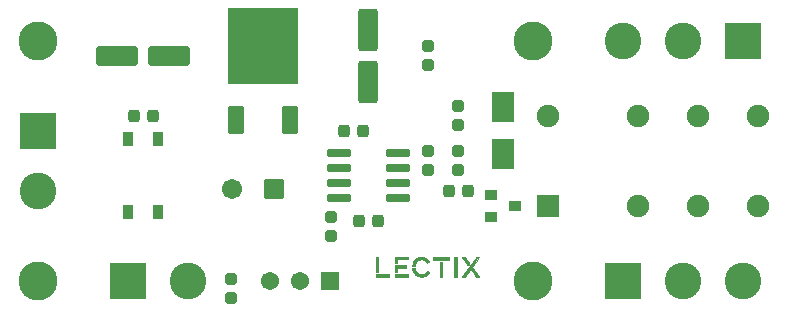
<source format=gts>
G04 #@! TF.GenerationSoftware,KiCad,Pcbnew,6.0.9-8da3e8f707~116~ubuntu20.04.1*
G04 #@! TF.CreationDate,2023-03-26T17:34:06+00:00*
G04 #@! TF.ProjectId,LEC011102,4c454330-3131-4313-9032-2e6b69636164,rev?*
G04 #@! TF.SameCoordinates,Original*
G04 #@! TF.FileFunction,Soldermask,Top*
G04 #@! TF.FilePolarity,Negative*
%FSLAX46Y46*%
G04 Gerber Fmt 4.6, Leading zero omitted, Abs format (unit mm)*
G04 Created by KiCad (PCBNEW 6.0.9-8da3e8f707~116~ubuntu20.04.1) date 2023-03-26 17:34:06*
%MOMM*%
%LPD*%
G01*
G04 APERTURE LIST*
G04 Aperture macros list*
%AMRoundRect*
0 Rectangle with rounded corners*
0 $1 Rounding radius*
0 $2 $3 $4 $5 $6 $7 $8 $9 X,Y pos of 4 corners*
0 Add a 4 corners polygon primitive as box body*
4,1,4,$2,$3,$4,$5,$6,$7,$8,$9,$2,$3,0*
0 Add four circle primitives for the rounded corners*
1,1,$1+$1,$2,$3*
1,1,$1+$1,$4,$5*
1,1,$1+$1,$6,$7*
1,1,$1+$1,$8,$9*
0 Add four rect primitives between the rounded corners*
20,1,$1+$1,$2,$3,$4,$5,0*
20,1,$1+$1,$4,$5,$6,$7,0*
20,1,$1+$1,$6,$7,$8,$9,0*
20,1,$1+$1,$8,$9,$2,$3,0*%
G04 Aperture macros list end*
%ADD10C,0.010000*%
%ADD11RoundRect,0.300600X1.500400X0.550400X-1.500400X0.550400X-1.500400X-0.550400X1.500400X-0.550400X0*%
%ADD12RoundRect,0.269750X0.218750X0.256250X-0.218750X0.256250X-0.218750X-0.256250X0.218750X-0.256250X0*%
%ADD13RoundRect,0.269750X-0.218750X-0.256250X0.218750X-0.256250X0.218750X0.256250X-0.218750X0.256250X0*%
%ADD14RoundRect,0.269750X0.256250X-0.218750X0.256250X0.218750X-0.256250X0.218750X-0.256250X-0.218750X0*%
%ADD15RoundRect,0.300600X0.550400X-1.500400X0.550400X1.500400X-0.550400X1.500400X-0.550400X-1.500400X0*%
%ADD16RoundRect,0.051000X-0.400000X0.500000X-0.400000X-0.500000X0.400000X-0.500000X0.400000X0.500000X0*%
%ADD17RoundRect,0.269750X-0.256250X0.218750X-0.256250X-0.218750X0.256250X-0.218750X0.256250X0.218750X0*%
%ADD18RoundRect,0.051000X-0.900000X1.250000X-0.900000X-1.250000X0.900000X-1.250000X0.900000X1.250000X0*%
%ADD19C,3.302000*%
%ADD20RoundRect,0.051000X-1.500000X-1.500000X1.500000X-1.500000X1.500000X1.500000X-1.500000X1.500000X0*%
%ADD21C,3.102000*%
%ADD22RoundRect,0.051000X-1.500000X1.500000X-1.500000X-1.500000X1.500000X-1.500000X1.500000X1.500000X0*%
%ADD23RoundRect,0.051000X1.500000X1.500000X-1.500000X1.500000X-1.500000X-1.500000X1.500000X-1.500000X0*%
%ADD24C,1.902000*%
%ADD25RoundRect,0.051000X0.900000X-0.900000X0.900000X0.900000X-0.900000X0.900000X-0.900000X-0.900000X0*%
%ADD26RoundRect,0.051000X-0.450000X-0.400000X0.450000X-0.400000X0.450000X0.400000X-0.450000X0.400000X0*%
%ADD27RoundRect,0.051000X0.600000X-1.100000X0.600000X1.100000X-0.600000X1.100000X-0.600000X-1.100000X0*%
%ADD28RoundRect,0.051000X2.900000X-3.200000X2.900000X3.200000X-2.900000X3.200000X-2.900000X-3.200000X0*%
%ADD29RoundRect,0.051000X0.800000X0.800000X-0.800000X0.800000X-0.800000X-0.800000X0.800000X-0.800000X0*%
%ADD30C,1.702000*%
%ADD31RoundRect,0.051000X-0.720000X-0.720000X0.720000X-0.720000X0.720000X0.720000X-0.720000X0.720000X0*%
%ADD32C,1.542000*%
%ADD33RoundRect,0.201000X0.825000X0.150000X-0.825000X0.150000X-0.825000X-0.150000X0.825000X-0.150000X0*%
%ADD34RoundRect,0.276000X0.250000X-0.225000X0.250000X0.225000X-0.250000X0.225000X-0.250000X-0.225000X0*%
G04 APERTURE END LIST*
G04 #@! TO.C,LOGO1*
G36*
X119268740Y-52995820D02*
G01*
X119047760Y-52995820D01*
X119047760Y-51324500D01*
X119268740Y-51324500D01*
X119268740Y-52995820D01*
G37*
D10*
X119268740Y-52995820D02*
X119047760Y-52995820D01*
X119047760Y-51324500D01*
X119268740Y-51324500D01*
X119268740Y-52995820D01*
G36*
X114968520Y-52259220D02*
G01*
X114209060Y-52259220D01*
X114209060Y-52602120D01*
X113988080Y-52602120D01*
X113988080Y-52035700D01*
X114968520Y-52035700D01*
X114968520Y-52259220D01*
G37*
X114968520Y-52259220D02*
X114209060Y-52259220D01*
X114209060Y-52602120D01*
X113988080Y-52602120D01*
X113988080Y-52035700D01*
X114968520Y-52035700D01*
X114968520Y-52259220D01*
G36*
X112611400Y-52602120D02*
G01*
X112390420Y-52602120D01*
X112390420Y-51327040D01*
X112611400Y-51327040D01*
X112611400Y-52602120D01*
G37*
X112611400Y-52602120D02*
X112390420Y-52602120D01*
X112390420Y-51327040D01*
X112611400Y-51327040D01*
X112611400Y-52602120D01*
G36*
X115082820Y-51537860D02*
G01*
X114209060Y-51537860D01*
X114209060Y-51850280D01*
X113985540Y-51850280D01*
X113985540Y-51316880D01*
X115082820Y-51316880D01*
X115082820Y-51537860D01*
G37*
X115082820Y-51537860D02*
X114209060Y-51537860D01*
X114209060Y-51850280D01*
X113985540Y-51850280D01*
X113985540Y-51316880D01*
X115082820Y-51316880D01*
X115082820Y-51537860D01*
G36*
X121026304Y-51330092D02*
G01*
X121044850Y-51330188D01*
X121158296Y-51330850D01*
X120852148Y-51749183D01*
X120822064Y-51790298D01*
X120792787Y-51830325D01*
X120764458Y-51869069D01*
X120737217Y-51906338D01*
X120711206Y-51941940D01*
X120686566Y-51975680D01*
X120663436Y-52007366D01*
X120641957Y-52036806D01*
X120622271Y-52063806D01*
X120604518Y-52088172D01*
X120588839Y-52109713D01*
X120575374Y-52128236D01*
X120564265Y-52143546D01*
X120555651Y-52155452D01*
X120549674Y-52163760D01*
X120546474Y-52168277D01*
X120545946Y-52169087D01*
X120547407Y-52171269D01*
X120551707Y-52177370D01*
X120558703Y-52187192D01*
X120568256Y-52200541D01*
X120580224Y-52217220D01*
X120594465Y-52237032D01*
X120610838Y-52259783D01*
X120629202Y-52285275D01*
X120649416Y-52313314D01*
X120671337Y-52343701D01*
X120694825Y-52376243D01*
X120719739Y-52410742D01*
X120745938Y-52447003D01*
X120773279Y-52484829D01*
X120801622Y-52524025D01*
X120830825Y-52564395D01*
X120842671Y-52580766D01*
X120872190Y-52621564D01*
X120900913Y-52661274D01*
X120928699Y-52699701D01*
X120955405Y-52736647D01*
X120980889Y-52771916D01*
X121005010Y-52805310D01*
X121027626Y-52836635D01*
X121048595Y-52865692D01*
X121067775Y-52892285D01*
X121085025Y-52916218D01*
X121100202Y-52937293D01*
X121113164Y-52955315D01*
X121123770Y-52970086D01*
X121131878Y-52981411D01*
X121137346Y-52989091D01*
X121140033Y-52992932D01*
X121140296Y-52993347D01*
X121138016Y-52993981D01*
X121130822Y-52994522D01*
X121118878Y-52994969D01*
X121102349Y-52995317D01*
X121081400Y-52995563D01*
X121056196Y-52995703D01*
X121027266Y-52995734D01*
X120913390Y-52995649D01*
X120672090Y-52661780D01*
X120645526Y-52625037D01*
X120619765Y-52589426D01*
X120594965Y-52555163D01*
X120571283Y-52522466D01*
X120548876Y-52491550D01*
X120527902Y-52462632D01*
X120508517Y-52435929D01*
X120490880Y-52411658D01*
X120475147Y-52390034D01*
X120461475Y-52371274D01*
X120450023Y-52355596D01*
X120440948Y-52343215D01*
X120434406Y-52334347D01*
X120430556Y-52329211D01*
X120429520Y-52327933D01*
X120427906Y-52329950D01*
X120423455Y-52335854D01*
X120416324Y-52345427D01*
X120406674Y-52358455D01*
X120394661Y-52374722D01*
X120380447Y-52394010D01*
X120364188Y-52416106D01*
X120346044Y-52440791D01*
X120326173Y-52467851D01*
X120304734Y-52497070D01*
X120281887Y-52528231D01*
X120257789Y-52561119D01*
X120232600Y-52595518D01*
X120206477Y-52631211D01*
X120185680Y-52659644D01*
X120158925Y-52696214D01*
X120132965Y-52731667D01*
X120107961Y-52765786D01*
X120084072Y-52798355D01*
X120061458Y-52829156D01*
X120040279Y-52857973D01*
X120020693Y-52884589D01*
X120002863Y-52908787D01*
X119986946Y-52930350D01*
X119973102Y-52949061D01*
X119961493Y-52964704D01*
X119952276Y-52977061D01*
X119945613Y-52985916D01*
X119941662Y-52991051D01*
X119940570Y-52992335D01*
X119937574Y-52992529D01*
X119930025Y-52992680D01*
X119918450Y-52992789D01*
X119903375Y-52992853D01*
X119885327Y-52992870D01*
X119864833Y-52992839D01*
X119842419Y-52992759D01*
X119825648Y-52992672D01*
X119713267Y-52992010D01*
X120319225Y-52163970D01*
X120361717Y-52105907D01*
X120403457Y-52048878D01*
X120444343Y-51993019D01*
X120484276Y-51938469D01*
X120523154Y-51885363D01*
X120560878Y-51833839D01*
X120597347Y-51784036D01*
X120632459Y-51736089D01*
X120666115Y-51690136D01*
X120698214Y-51646314D01*
X120728655Y-51604761D01*
X120757338Y-51565614D01*
X120784162Y-51529011D01*
X120809027Y-51495087D01*
X120831832Y-51463981D01*
X120852477Y-51435831D01*
X120870860Y-51410772D01*
X120886882Y-51388943D01*
X120900441Y-51370481D01*
X120911437Y-51355522D01*
X120919771Y-51344205D01*
X120925340Y-51336667D01*
X120928045Y-51333044D01*
X120928294Y-51332728D01*
X120930129Y-51331936D01*
X120934193Y-51331292D01*
X120940860Y-51330789D01*
X120950504Y-51330418D01*
X120963497Y-51330171D01*
X120980212Y-51330039D01*
X121001024Y-51330016D01*
X121026304Y-51330092D01*
G37*
X121026304Y-51330092D02*
X121044850Y-51330188D01*
X121158296Y-51330850D01*
X120852148Y-51749183D01*
X120822064Y-51790298D01*
X120792787Y-51830325D01*
X120764458Y-51869069D01*
X120737217Y-51906338D01*
X120711206Y-51941940D01*
X120686566Y-51975680D01*
X120663436Y-52007366D01*
X120641957Y-52036806D01*
X120622271Y-52063806D01*
X120604518Y-52088172D01*
X120588839Y-52109713D01*
X120575374Y-52128236D01*
X120564265Y-52143546D01*
X120555651Y-52155452D01*
X120549674Y-52163760D01*
X120546474Y-52168277D01*
X120545946Y-52169087D01*
X120547407Y-52171269D01*
X120551707Y-52177370D01*
X120558703Y-52187192D01*
X120568256Y-52200541D01*
X120580224Y-52217220D01*
X120594465Y-52237032D01*
X120610838Y-52259783D01*
X120629202Y-52285275D01*
X120649416Y-52313314D01*
X120671337Y-52343701D01*
X120694825Y-52376243D01*
X120719739Y-52410742D01*
X120745938Y-52447003D01*
X120773279Y-52484829D01*
X120801622Y-52524025D01*
X120830825Y-52564395D01*
X120842671Y-52580766D01*
X120872190Y-52621564D01*
X120900913Y-52661274D01*
X120928699Y-52699701D01*
X120955405Y-52736647D01*
X120980889Y-52771916D01*
X121005010Y-52805310D01*
X121027626Y-52836635D01*
X121048595Y-52865692D01*
X121067775Y-52892285D01*
X121085025Y-52916218D01*
X121100202Y-52937293D01*
X121113164Y-52955315D01*
X121123770Y-52970086D01*
X121131878Y-52981411D01*
X121137346Y-52989091D01*
X121140033Y-52992932D01*
X121140296Y-52993347D01*
X121138016Y-52993981D01*
X121130822Y-52994522D01*
X121118878Y-52994969D01*
X121102349Y-52995317D01*
X121081400Y-52995563D01*
X121056196Y-52995703D01*
X121027266Y-52995734D01*
X120913390Y-52995649D01*
X120672090Y-52661780D01*
X120645526Y-52625037D01*
X120619765Y-52589426D01*
X120594965Y-52555163D01*
X120571283Y-52522466D01*
X120548876Y-52491550D01*
X120527902Y-52462632D01*
X120508517Y-52435929D01*
X120490880Y-52411658D01*
X120475147Y-52390034D01*
X120461475Y-52371274D01*
X120450023Y-52355596D01*
X120440948Y-52343215D01*
X120434406Y-52334347D01*
X120430556Y-52329211D01*
X120429520Y-52327933D01*
X120427906Y-52329950D01*
X120423455Y-52335854D01*
X120416324Y-52345427D01*
X120406674Y-52358455D01*
X120394661Y-52374722D01*
X120380447Y-52394010D01*
X120364188Y-52416106D01*
X120346044Y-52440791D01*
X120326173Y-52467851D01*
X120304734Y-52497070D01*
X120281887Y-52528231D01*
X120257789Y-52561119D01*
X120232600Y-52595518D01*
X120206477Y-52631211D01*
X120185680Y-52659644D01*
X120158925Y-52696214D01*
X120132965Y-52731667D01*
X120107961Y-52765786D01*
X120084072Y-52798355D01*
X120061458Y-52829156D01*
X120040279Y-52857973D01*
X120020693Y-52884589D01*
X120002863Y-52908787D01*
X119986946Y-52930350D01*
X119973102Y-52949061D01*
X119961493Y-52964704D01*
X119952276Y-52977061D01*
X119945613Y-52985916D01*
X119941662Y-52991051D01*
X119940570Y-52992335D01*
X119937574Y-52992529D01*
X119930025Y-52992680D01*
X119918450Y-52992789D01*
X119903375Y-52992853D01*
X119885327Y-52992870D01*
X119864833Y-52992839D01*
X119842419Y-52992759D01*
X119825648Y-52992672D01*
X119713267Y-52992010D01*
X120319225Y-52163970D01*
X120361717Y-52105907D01*
X120403457Y-52048878D01*
X120444343Y-51993019D01*
X120484276Y-51938469D01*
X120523154Y-51885363D01*
X120560878Y-51833839D01*
X120597347Y-51784036D01*
X120632459Y-51736089D01*
X120666115Y-51690136D01*
X120698214Y-51646314D01*
X120728655Y-51604761D01*
X120757338Y-51565614D01*
X120784162Y-51529011D01*
X120809027Y-51495087D01*
X120831832Y-51463981D01*
X120852477Y-51435831D01*
X120870860Y-51410772D01*
X120886882Y-51388943D01*
X120900441Y-51370481D01*
X120911437Y-51355522D01*
X120919771Y-51344205D01*
X120925340Y-51336667D01*
X120928045Y-51333044D01*
X120928294Y-51332728D01*
X120930129Y-51331936D01*
X120934193Y-51331292D01*
X120940860Y-51330789D01*
X120950504Y-51330418D01*
X120963497Y-51330171D01*
X120980212Y-51330039D01*
X121001024Y-51330016D01*
X121026304Y-51330092D01*
G36*
X115708402Y-52285255D02*
G01*
X115713120Y-52334642D01*
X115722714Y-52383391D01*
X115736988Y-52431126D01*
X115755743Y-52477472D01*
X115778784Y-52522055D01*
X115805913Y-52564500D01*
X115836933Y-52604432D01*
X115871648Y-52641476D01*
X115909860Y-52675258D01*
X115915940Y-52680066D01*
X115956038Y-52708193D01*
X115999345Y-52732754D01*
X116045214Y-52753491D01*
X116092999Y-52770147D01*
X116142054Y-52782466D01*
X116191733Y-52790191D01*
X116193061Y-52790331D01*
X116214417Y-52791812D01*
X116239012Y-52792277D01*
X116265170Y-52791784D01*
X116291216Y-52790393D01*
X116315475Y-52788161D01*
X116335040Y-52785369D01*
X116385420Y-52773968D01*
X116434171Y-52758011D01*
X116480973Y-52737722D01*
X116525506Y-52713326D01*
X116567447Y-52685050D01*
X116606477Y-52653119D01*
X116642275Y-52617757D01*
X116674521Y-52579189D01*
X116702893Y-52537642D01*
X116713459Y-52519570D01*
X116717764Y-52511866D01*
X116720977Y-52506162D01*
X116722419Y-52503660D01*
X116722428Y-52503648D01*
X116724718Y-52504589D01*
X116730966Y-52507586D01*
X116740622Y-52512356D01*
X116753134Y-52518617D01*
X116767950Y-52526087D01*
X116784518Y-52534484D01*
X116802288Y-52543526D01*
X116820709Y-52552930D01*
X116839227Y-52562414D01*
X116857292Y-52571697D01*
X116874353Y-52580496D01*
X116889857Y-52588530D01*
X116903254Y-52595515D01*
X116913992Y-52601170D01*
X116921519Y-52605212D01*
X116925284Y-52607360D01*
X116925579Y-52607574D01*
X116926342Y-52609476D01*
X116925650Y-52612864D01*
X116923236Y-52618246D01*
X116918829Y-52626130D01*
X116912161Y-52637022D01*
X116902963Y-52651432D01*
X116899532Y-52656730D01*
X116863745Y-52707247D01*
X116824233Y-52754456D01*
X116781253Y-52798181D01*
X116735061Y-52838245D01*
X116685915Y-52874473D01*
X116634071Y-52906690D01*
X116579786Y-52934719D01*
X116523317Y-52958386D01*
X116464922Y-52977513D01*
X116411386Y-52990608D01*
X116390451Y-52994715D01*
X116371307Y-52997937D01*
X116352786Y-53000387D01*
X116333721Y-53002177D01*
X116312944Y-53003419D01*
X116289286Y-53004226D01*
X116265190Y-53004665D01*
X116246965Y-53004860D01*
X116230071Y-53004960D01*
X116215281Y-53004966D01*
X116203367Y-53004880D01*
X116195103Y-53004704D01*
X116191530Y-53004485D01*
X116185642Y-53003741D01*
X116176310Y-53002630D01*
X116165138Y-53001341D01*
X116159780Y-53000735D01*
X116104003Y-52992047D01*
X116048007Y-52978574D01*
X115992401Y-52960545D01*
X115937794Y-52938188D01*
X115884797Y-52911731D01*
X115834019Y-52881401D01*
X115825770Y-52875955D01*
X115795798Y-52855098D01*
X115769044Y-52834653D01*
X115743942Y-52813317D01*
X115718927Y-52789790D01*
X115703718Y-52774501D01*
X115661520Y-52727656D01*
X115623616Y-52678179D01*
X115590086Y-52626236D01*
X115561014Y-52571994D01*
X115536482Y-52515618D01*
X115516574Y-52457274D01*
X115501371Y-52397129D01*
X115493187Y-52351477D01*
X115491980Y-52342261D01*
X115490577Y-52329810D01*
X115489087Y-52315307D01*
X115487618Y-52299937D01*
X115486281Y-52284885D01*
X115485185Y-52271334D01*
X115484438Y-52260470D01*
X115484150Y-52253505D01*
X115486602Y-52253107D01*
X115493621Y-52252738D01*
X115504692Y-52252405D01*
X115519304Y-52252119D01*
X115536941Y-52251886D01*
X115557091Y-52251717D01*
X115579241Y-52251620D01*
X115595519Y-52251600D01*
X115706899Y-52251600D01*
X115708402Y-52285255D01*
G37*
X115708402Y-52285255D02*
X115713120Y-52334642D01*
X115722714Y-52383391D01*
X115736988Y-52431126D01*
X115755743Y-52477472D01*
X115778784Y-52522055D01*
X115805913Y-52564500D01*
X115836933Y-52604432D01*
X115871648Y-52641476D01*
X115909860Y-52675258D01*
X115915940Y-52680066D01*
X115956038Y-52708193D01*
X115999345Y-52732754D01*
X116045214Y-52753491D01*
X116092999Y-52770147D01*
X116142054Y-52782466D01*
X116191733Y-52790191D01*
X116193061Y-52790331D01*
X116214417Y-52791812D01*
X116239012Y-52792277D01*
X116265170Y-52791784D01*
X116291216Y-52790393D01*
X116315475Y-52788161D01*
X116335040Y-52785369D01*
X116385420Y-52773968D01*
X116434171Y-52758011D01*
X116480973Y-52737722D01*
X116525506Y-52713326D01*
X116567447Y-52685050D01*
X116606477Y-52653119D01*
X116642275Y-52617757D01*
X116674521Y-52579189D01*
X116702893Y-52537642D01*
X116713459Y-52519570D01*
X116717764Y-52511866D01*
X116720977Y-52506162D01*
X116722419Y-52503660D01*
X116722428Y-52503648D01*
X116724718Y-52504589D01*
X116730966Y-52507586D01*
X116740622Y-52512356D01*
X116753134Y-52518617D01*
X116767950Y-52526087D01*
X116784518Y-52534484D01*
X116802288Y-52543526D01*
X116820709Y-52552930D01*
X116839227Y-52562414D01*
X116857292Y-52571697D01*
X116874353Y-52580496D01*
X116889857Y-52588530D01*
X116903254Y-52595515D01*
X116913992Y-52601170D01*
X116921519Y-52605212D01*
X116925284Y-52607360D01*
X116925579Y-52607574D01*
X116926342Y-52609476D01*
X116925650Y-52612864D01*
X116923236Y-52618246D01*
X116918829Y-52626130D01*
X116912161Y-52637022D01*
X116902963Y-52651432D01*
X116899532Y-52656730D01*
X116863745Y-52707247D01*
X116824233Y-52754456D01*
X116781253Y-52798181D01*
X116735061Y-52838245D01*
X116685915Y-52874473D01*
X116634071Y-52906690D01*
X116579786Y-52934719D01*
X116523317Y-52958386D01*
X116464922Y-52977513D01*
X116411386Y-52990608D01*
X116390451Y-52994715D01*
X116371307Y-52997937D01*
X116352786Y-53000387D01*
X116333721Y-53002177D01*
X116312944Y-53003419D01*
X116289286Y-53004226D01*
X116265190Y-53004665D01*
X116246965Y-53004860D01*
X116230071Y-53004960D01*
X116215281Y-53004966D01*
X116203367Y-53004880D01*
X116195103Y-53004704D01*
X116191530Y-53004485D01*
X116185642Y-53003741D01*
X116176310Y-53002630D01*
X116165138Y-53001341D01*
X116159780Y-53000735D01*
X116104003Y-52992047D01*
X116048007Y-52978574D01*
X115992401Y-52960545D01*
X115937794Y-52938188D01*
X115884797Y-52911731D01*
X115834019Y-52881401D01*
X115825770Y-52875955D01*
X115795798Y-52855098D01*
X115769044Y-52834653D01*
X115743942Y-52813317D01*
X115718927Y-52789790D01*
X115703718Y-52774501D01*
X115661520Y-52727656D01*
X115623616Y-52678179D01*
X115590086Y-52626236D01*
X115561014Y-52571994D01*
X115536482Y-52515618D01*
X115516574Y-52457274D01*
X115501371Y-52397129D01*
X115493187Y-52351477D01*
X115491980Y-52342261D01*
X115490577Y-52329810D01*
X115489087Y-52315307D01*
X115487618Y-52299937D01*
X115486281Y-52284885D01*
X115485185Y-52271334D01*
X115484438Y-52260470D01*
X115484150Y-52253505D01*
X115486602Y-52253107D01*
X115493621Y-52252738D01*
X115504692Y-52252405D01*
X115519304Y-52252119D01*
X115536941Y-52251886D01*
X115557091Y-52251717D01*
X115579241Y-52251620D01*
X115595519Y-52251600D01*
X115706899Y-52251600D01*
X115708402Y-52285255D01*
G36*
X118600720Y-51545480D02*
G01*
X117231660Y-51545480D01*
X117231660Y-51324500D01*
X118600720Y-51324500D01*
X118600720Y-51545480D01*
G37*
X118600720Y-51545480D02*
X117231660Y-51545480D01*
X117231660Y-51324500D01*
X118600720Y-51324500D01*
X118600720Y-51545480D01*
G36*
X119910968Y-51324500D02*
G01*
X120116269Y-51607044D01*
X120140799Y-51640835D01*
X120164493Y-51673537D01*
X120187180Y-51704909D01*
X120208689Y-51734714D01*
X120228848Y-51762711D01*
X120247487Y-51788663D01*
X120264435Y-51812329D01*
X120279520Y-51833470D01*
X120292571Y-51851848D01*
X120303418Y-51867223D01*
X120311889Y-51879356D01*
X120317814Y-51888009D01*
X120321021Y-51892942D01*
X120321570Y-51894021D01*
X120320129Y-51897001D01*
X120316077Y-51903439D01*
X120309817Y-51912779D01*
X120301755Y-51924461D01*
X120292293Y-51937928D01*
X120281838Y-51952622D01*
X120270793Y-51967984D01*
X120259562Y-51983457D01*
X120248551Y-51998483D01*
X120238162Y-52012504D01*
X120228801Y-52024962D01*
X120220872Y-52035298D01*
X120214779Y-52042955D01*
X120210927Y-52047375D01*
X120209810Y-52048247D01*
X120208071Y-52046223D01*
X120203504Y-52040295D01*
X120196264Y-52030671D01*
X120186502Y-52017561D01*
X120174373Y-52001174D01*
X120160029Y-51981719D01*
X120143625Y-51959405D01*
X120125313Y-51934442D01*
X120105247Y-51907037D01*
X120083579Y-51877402D01*
X120060465Y-51845743D01*
X120036056Y-51812272D01*
X120010506Y-51777196D01*
X119983968Y-51740724D01*
X119956596Y-51703067D01*
X119948190Y-51691493D01*
X119920558Y-51653445D01*
X119893707Y-51616468D01*
X119867789Y-51580772D01*
X119842960Y-51546572D01*
X119819374Y-51514081D01*
X119797186Y-51483511D01*
X119776549Y-51455075D01*
X119757618Y-51428985D01*
X119740548Y-51405456D01*
X119725493Y-51384699D01*
X119712608Y-51366927D01*
X119702047Y-51352354D01*
X119693964Y-51341192D01*
X119688514Y-51333654D01*
X119685851Y-51329952D01*
X119685625Y-51329630D01*
X119684877Y-51328417D01*
X119684715Y-51327412D01*
X119685563Y-51326595D01*
X119687844Y-51325947D01*
X119691981Y-51325449D01*
X119698399Y-51325081D01*
X119707522Y-51324823D01*
X119719772Y-51324655D01*
X119735573Y-51324559D01*
X119755349Y-51324514D01*
X119779525Y-51324500D01*
X119796554Y-51324499D01*
X119910968Y-51324500D01*
G37*
X119910968Y-51324500D02*
X120116269Y-51607044D01*
X120140799Y-51640835D01*
X120164493Y-51673537D01*
X120187180Y-51704909D01*
X120208689Y-51734714D01*
X120228848Y-51762711D01*
X120247487Y-51788663D01*
X120264435Y-51812329D01*
X120279520Y-51833470D01*
X120292571Y-51851848D01*
X120303418Y-51867223D01*
X120311889Y-51879356D01*
X120317814Y-51888009D01*
X120321021Y-51892942D01*
X120321570Y-51894021D01*
X120320129Y-51897001D01*
X120316077Y-51903439D01*
X120309817Y-51912779D01*
X120301755Y-51924461D01*
X120292293Y-51937928D01*
X120281838Y-51952622D01*
X120270793Y-51967984D01*
X120259562Y-51983457D01*
X120248551Y-51998483D01*
X120238162Y-52012504D01*
X120228801Y-52024962D01*
X120220872Y-52035298D01*
X120214779Y-52042955D01*
X120210927Y-52047375D01*
X120209810Y-52048247D01*
X120208071Y-52046223D01*
X120203504Y-52040295D01*
X120196264Y-52030671D01*
X120186502Y-52017561D01*
X120174373Y-52001174D01*
X120160029Y-51981719D01*
X120143625Y-51959405D01*
X120125313Y-51934442D01*
X120105247Y-51907037D01*
X120083579Y-51877402D01*
X120060465Y-51845743D01*
X120036056Y-51812272D01*
X120010506Y-51777196D01*
X119983968Y-51740724D01*
X119956596Y-51703067D01*
X119948190Y-51691493D01*
X119920558Y-51653445D01*
X119893707Y-51616468D01*
X119867789Y-51580772D01*
X119842960Y-51546572D01*
X119819374Y-51514081D01*
X119797186Y-51483511D01*
X119776549Y-51455075D01*
X119757618Y-51428985D01*
X119740548Y-51405456D01*
X119725493Y-51384699D01*
X119712608Y-51366927D01*
X119702047Y-51352354D01*
X119693964Y-51341192D01*
X119688514Y-51333654D01*
X119685851Y-51329952D01*
X119685625Y-51329630D01*
X119684877Y-51328417D01*
X119684715Y-51327412D01*
X119685563Y-51326595D01*
X119687844Y-51325947D01*
X119691981Y-51325449D01*
X119698399Y-51325081D01*
X119707522Y-51324823D01*
X119719772Y-51324655D01*
X119735573Y-51324559D01*
X119755349Y-51324514D01*
X119779525Y-51324500D01*
X119796554Y-51324499D01*
X119910968Y-51324500D01*
G36*
X115082820Y-53003440D02*
G01*
X113990620Y-53003440D01*
X113990620Y-52779920D01*
X115082820Y-52779920D01*
X115082820Y-53003440D01*
G37*
X115082820Y-53003440D02*
X113990620Y-53003440D01*
X113990620Y-52779920D01*
X115082820Y-52779920D01*
X115082820Y-53003440D01*
G36*
X118021600Y-52995820D02*
G01*
X117800620Y-52995820D01*
X117800620Y-51713120D01*
X118021600Y-51713120D01*
X118021600Y-52995820D01*
G37*
X118021600Y-52995820D02*
X117800620Y-52995820D01*
X117800620Y-51713120D01*
X118021600Y-51713120D01*
X118021600Y-52995820D01*
G36*
X116276209Y-51321115D02*
G01*
X116297949Y-51321898D01*
X116316476Y-51323135D01*
X116324880Y-51324013D01*
X116386536Y-51334111D01*
X116446482Y-51348858D01*
X116504502Y-51368120D01*
X116560380Y-51391760D01*
X116613901Y-51419642D01*
X116664850Y-51451632D01*
X116713012Y-51487592D01*
X116758171Y-51527388D01*
X116800111Y-51570884D01*
X116838617Y-51617944D01*
X116873475Y-51668433D01*
X116874753Y-51670462D01*
X116880950Y-51680604D01*
X116885873Y-51689176D01*
X116889032Y-51695284D01*
X116889933Y-51698034D01*
X116889927Y-51698046D01*
X116887616Y-51699794D01*
X116881584Y-51703936D01*
X116872376Y-51710116D01*
X116860541Y-51717976D01*
X116846627Y-51727159D01*
X116831181Y-51737308D01*
X116814750Y-51748066D01*
X116797883Y-51759075D01*
X116781127Y-51769979D01*
X116765029Y-51780419D01*
X116750138Y-51790039D01*
X116737000Y-51798482D01*
X116726165Y-51805390D01*
X116718178Y-51810407D01*
X116713588Y-51813174D01*
X116712794Y-51813584D01*
X116709968Y-51812718D01*
X116705905Y-51808095D01*
X116700305Y-51799339D01*
X116697184Y-51793914D01*
X116680089Y-51766428D01*
X116659427Y-51738002D01*
X116636229Y-51709852D01*
X116611528Y-51683197D01*
X116586356Y-51659254D01*
X116574480Y-51649140D01*
X116533846Y-51619172D01*
X116490247Y-51593127D01*
X116444196Y-51571226D01*
X116396208Y-51553690D01*
X116346797Y-51540740D01*
X116306452Y-51533813D01*
X116284946Y-51531768D01*
X116260221Y-51530722D01*
X116233760Y-51530637D01*
X116207045Y-51531480D01*
X116181557Y-51533214D01*
X116158779Y-51535804D01*
X116147826Y-51537603D01*
X116097286Y-51549608D01*
X116048775Y-51566099D01*
X116002534Y-51586857D01*
X115958804Y-51611666D01*
X115917826Y-51640308D01*
X115879841Y-51672566D01*
X115845090Y-51708223D01*
X115813814Y-51747062D01*
X115786252Y-51788864D01*
X115762648Y-51833413D01*
X115743240Y-51880492D01*
X115733199Y-51911621D01*
X115722556Y-51956052D01*
X115715928Y-52002105D01*
X115713432Y-52040145D01*
X115712028Y-52081420D01*
X115491031Y-52081420D01*
X115492507Y-52036335D01*
X115496951Y-51976765D01*
X115506239Y-51918219D01*
X115520196Y-51860945D01*
X115538643Y-51805192D01*
X115561405Y-51751206D01*
X115588306Y-51699239D01*
X115619168Y-51649537D01*
X115653816Y-51602349D01*
X115692073Y-51557923D01*
X115733762Y-51516510D01*
X115778708Y-51478355D01*
X115826733Y-51443709D01*
X115877661Y-51412820D01*
X115931316Y-51385936D01*
X115964200Y-51372046D01*
X116017077Y-51353465D01*
X116071789Y-51338763D01*
X116129205Y-51327716D01*
X116144540Y-51325434D01*
X116160719Y-51323688D01*
X116180782Y-51322339D01*
X116203544Y-51321399D01*
X116227825Y-51320875D01*
X116252441Y-51320777D01*
X116276209Y-51321115D01*
G37*
X116276209Y-51321115D02*
X116297949Y-51321898D01*
X116316476Y-51323135D01*
X116324880Y-51324013D01*
X116386536Y-51334111D01*
X116446482Y-51348858D01*
X116504502Y-51368120D01*
X116560380Y-51391760D01*
X116613901Y-51419642D01*
X116664850Y-51451632D01*
X116713012Y-51487592D01*
X116758171Y-51527388D01*
X116800111Y-51570884D01*
X116838617Y-51617944D01*
X116873475Y-51668433D01*
X116874753Y-51670462D01*
X116880950Y-51680604D01*
X116885873Y-51689176D01*
X116889032Y-51695284D01*
X116889933Y-51698034D01*
X116889927Y-51698046D01*
X116887616Y-51699794D01*
X116881584Y-51703936D01*
X116872376Y-51710116D01*
X116860541Y-51717976D01*
X116846627Y-51727159D01*
X116831181Y-51737308D01*
X116814750Y-51748066D01*
X116797883Y-51759075D01*
X116781127Y-51769979D01*
X116765029Y-51780419D01*
X116750138Y-51790039D01*
X116737000Y-51798482D01*
X116726165Y-51805390D01*
X116718178Y-51810407D01*
X116713588Y-51813174D01*
X116712794Y-51813584D01*
X116709968Y-51812718D01*
X116705905Y-51808095D01*
X116700305Y-51799339D01*
X116697184Y-51793914D01*
X116680089Y-51766428D01*
X116659427Y-51738002D01*
X116636229Y-51709852D01*
X116611528Y-51683197D01*
X116586356Y-51659254D01*
X116574480Y-51649140D01*
X116533846Y-51619172D01*
X116490247Y-51593127D01*
X116444196Y-51571226D01*
X116396208Y-51553690D01*
X116346797Y-51540740D01*
X116306452Y-51533813D01*
X116284946Y-51531768D01*
X116260221Y-51530722D01*
X116233760Y-51530637D01*
X116207045Y-51531480D01*
X116181557Y-51533214D01*
X116158779Y-51535804D01*
X116147826Y-51537603D01*
X116097286Y-51549608D01*
X116048775Y-51566099D01*
X116002534Y-51586857D01*
X115958804Y-51611666D01*
X115917826Y-51640308D01*
X115879841Y-51672566D01*
X115845090Y-51708223D01*
X115813814Y-51747062D01*
X115786252Y-51788864D01*
X115762648Y-51833413D01*
X115743240Y-51880492D01*
X115733199Y-51911621D01*
X115722556Y-51956052D01*
X115715928Y-52002105D01*
X115713432Y-52040145D01*
X115712028Y-52081420D01*
X115491031Y-52081420D01*
X115492507Y-52036335D01*
X115496951Y-51976765D01*
X115506239Y-51918219D01*
X115520196Y-51860945D01*
X115538643Y-51805192D01*
X115561405Y-51751206D01*
X115588306Y-51699239D01*
X115619168Y-51649537D01*
X115653816Y-51602349D01*
X115692073Y-51557923D01*
X115733762Y-51516510D01*
X115778708Y-51478355D01*
X115826733Y-51443709D01*
X115877661Y-51412820D01*
X115931316Y-51385936D01*
X115964200Y-51372046D01*
X116017077Y-51353465D01*
X116071789Y-51338763D01*
X116129205Y-51327716D01*
X116144540Y-51325434D01*
X116160719Y-51323688D01*
X116180782Y-51322339D01*
X116203544Y-51321399D01*
X116227825Y-51320875D01*
X116252441Y-51320777D01*
X116276209Y-51321115D01*
G36*
X113538500Y-53003440D02*
G01*
X112390420Y-53003440D01*
X112390420Y-52779920D01*
X113538500Y-52779920D01*
X113538500Y-53003440D01*
G37*
X113538500Y-53003440D02*
X112390420Y-53003440D01*
X112390420Y-52779920D01*
X113538500Y-52779920D01*
X113538500Y-53003440D01*
G36*
X119268740Y-52995820D02*
G01*
X119047760Y-52995820D01*
X119047760Y-51324500D01*
X119268740Y-51324500D01*
X119268740Y-52995820D01*
G37*
X119268740Y-52995820D02*
X119047760Y-52995820D01*
X119047760Y-51324500D01*
X119268740Y-51324500D01*
X119268740Y-52995820D01*
G36*
X114968520Y-52259220D02*
G01*
X114209060Y-52259220D01*
X114209060Y-52602120D01*
X113988080Y-52602120D01*
X113988080Y-52035700D01*
X114968520Y-52035700D01*
X114968520Y-52259220D01*
G37*
X114968520Y-52259220D02*
X114209060Y-52259220D01*
X114209060Y-52602120D01*
X113988080Y-52602120D01*
X113988080Y-52035700D01*
X114968520Y-52035700D01*
X114968520Y-52259220D01*
G36*
X112611400Y-52602120D02*
G01*
X112390420Y-52602120D01*
X112390420Y-51327040D01*
X112611400Y-51327040D01*
X112611400Y-52602120D01*
G37*
X112611400Y-52602120D02*
X112390420Y-52602120D01*
X112390420Y-51327040D01*
X112611400Y-51327040D01*
X112611400Y-52602120D01*
G36*
X115082820Y-51537860D02*
G01*
X114209060Y-51537860D01*
X114209060Y-51850280D01*
X113985540Y-51850280D01*
X113985540Y-51316880D01*
X115082820Y-51316880D01*
X115082820Y-51537860D01*
G37*
X115082820Y-51537860D02*
X114209060Y-51537860D01*
X114209060Y-51850280D01*
X113985540Y-51850280D01*
X113985540Y-51316880D01*
X115082820Y-51316880D01*
X115082820Y-51537860D01*
G36*
X121026304Y-51330092D02*
G01*
X121044850Y-51330188D01*
X121158296Y-51330850D01*
X120852148Y-51749183D01*
X120822064Y-51790298D01*
X120792787Y-51830325D01*
X120764458Y-51869069D01*
X120737217Y-51906338D01*
X120711206Y-51941940D01*
X120686566Y-51975680D01*
X120663436Y-52007366D01*
X120641957Y-52036806D01*
X120622271Y-52063806D01*
X120604518Y-52088172D01*
X120588839Y-52109713D01*
X120575374Y-52128236D01*
X120564265Y-52143546D01*
X120555651Y-52155452D01*
X120549674Y-52163760D01*
X120546474Y-52168277D01*
X120545946Y-52169087D01*
X120547407Y-52171269D01*
X120551707Y-52177370D01*
X120558703Y-52187192D01*
X120568256Y-52200541D01*
X120580224Y-52217220D01*
X120594465Y-52237032D01*
X120610838Y-52259783D01*
X120629202Y-52285275D01*
X120649416Y-52313314D01*
X120671337Y-52343701D01*
X120694825Y-52376243D01*
X120719739Y-52410742D01*
X120745938Y-52447003D01*
X120773279Y-52484829D01*
X120801622Y-52524025D01*
X120830825Y-52564395D01*
X120842671Y-52580766D01*
X120872190Y-52621564D01*
X120900913Y-52661274D01*
X120928699Y-52699701D01*
X120955405Y-52736647D01*
X120980889Y-52771916D01*
X121005010Y-52805310D01*
X121027626Y-52836635D01*
X121048595Y-52865692D01*
X121067775Y-52892285D01*
X121085025Y-52916218D01*
X121100202Y-52937293D01*
X121113164Y-52955315D01*
X121123770Y-52970086D01*
X121131878Y-52981411D01*
X121137346Y-52989091D01*
X121140033Y-52992932D01*
X121140296Y-52993347D01*
X121138016Y-52993981D01*
X121130822Y-52994522D01*
X121118878Y-52994969D01*
X121102349Y-52995317D01*
X121081400Y-52995563D01*
X121056196Y-52995703D01*
X121027266Y-52995734D01*
X120913390Y-52995649D01*
X120672090Y-52661780D01*
X120645526Y-52625037D01*
X120619765Y-52589426D01*
X120594965Y-52555163D01*
X120571283Y-52522466D01*
X120548876Y-52491550D01*
X120527902Y-52462632D01*
X120508517Y-52435929D01*
X120490880Y-52411658D01*
X120475147Y-52390034D01*
X120461475Y-52371274D01*
X120450023Y-52355596D01*
X120440948Y-52343215D01*
X120434406Y-52334347D01*
X120430556Y-52329211D01*
X120429520Y-52327933D01*
X120427906Y-52329950D01*
X120423455Y-52335854D01*
X120416324Y-52345427D01*
X120406674Y-52358455D01*
X120394661Y-52374722D01*
X120380447Y-52394010D01*
X120364188Y-52416106D01*
X120346044Y-52440791D01*
X120326173Y-52467851D01*
X120304734Y-52497070D01*
X120281887Y-52528231D01*
X120257789Y-52561119D01*
X120232600Y-52595518D01*
X120206477Y-52631211D01*
X120185680Y-52659644D01*
X120158925Y-52696214D01*
X120132965Y-52731667D01*
X120107961Y-52765786D01*
X120084072Y-52798355D01*
X120061458Y-52829156D01*
X120040279Y-52857973D01*
X120020693Y-52884589D01*
X120002863Y-52908787D01*
X119986946Y-52930350D01*
X119973102Y-52949061D01*
X119961493Y-52964704D01*
X119952276Y-52977061D01*
X119945613Y-52985916D01*
X119941662Y-52991051D01*
X119940570Y-52992335D01*
X119937574Y-52992529D01*
X119930025Y-52992680D01*
X119918450Y-52992789D01*
X119903375Y-52992853D01*
X119885327Y-52992870D01*
X119864833Y-52992839D01*
X119842419Y-52992759D01*
X119825648Y-52992672D01*
X119713267Y-52992010D01*
X120319225Y-52163970D01*
X120361717Y-52105907D01*
X120403457Y-52048878D01*
X120444343Y-51993019D01*
X120484276Y-51938469D01*
X120523154Y-51885363D01*
X120560878Y-51833839D01*
X120597347Y-51784036D01*
X120632459Y-51736089D01*
X120666115Y-51690136D01*
X120698214Y-51646314D01*
X120728655Y-51604761D01*
X120757338Y-51565614D01*
X120784162Y-51529011D01*
X120809027Y-51495087D01*
X120831832Y-51463981D01*
X120852477Y-51435831D01*
X120870860Y-51410772D01*
X120886882Y-51388943D01*
X120900441Y-51370481D01*
X120911437Y-51355522D01*
X120919771Y-51344205D01*
X120925340Y-51336667D01*
X120928045Y-51333044D01*
X120928294Y-51332728D01*
X120930129Y-51331936D01*
X120934193Y-51331292D01*
X120940860Y-51330789D01*
X120950504Y-51330418D01*
X120963497Y-51330171D01*
X120980212Y-51330039D01*
X121001024Y-51330016D01*
X121026304Y-51330092D01*
G37*
X121026304Y-51330092D02*
X121044850Y-51330188D01*
X121158296Y-51330850D01*
X120852148Y-51749183D01*
X120822064Y-51790298D01*
X120792787Y-51830325D01*
X120764458Y-51869069D01*
X120737217Y-51906338D01*
X120711206Y-51941940D01*
X120686566Y-51975680D01*
X120663436Y-52007366D01*
X120641957Y-52036806D01*
X120622271Y-52063806D01*
X120604518Y-52088172D01*
X120588839Y-52109713D01*
X120575374Y-52128236D01*
X120564265Y-52143546D01*
X120555651Y-52155452D01*
X120549674Y-52163760D01*
X120546474Y-52168277D01*
X120545946Y-52169087D01*
X120547407Y-52171269D01*
X120551707Y-52177370D01*
X120558703Y-52187192D01*
X120568256Y-52200541D01*
X120580224Y-52217220D01*
X120594465Y-52237032D01*
X120610838Y-52259783D01*
X120629202Y-52285275D01*
X120649416Y-52313314D01*
X120671337Y-52343701D01*
X120694825Y-52376243D01*
X120719739Y-52410742D01*
X120745938Y-52447003D01*
X120773279Y-52484829D01*
X120801622Y-52524025D01*
X120830825Y-52564395D01*
X120842671Y-52580766D01*
X120872190Y-52621564D01*
X120900913Y-52661274D01*
X120928699Y-52699701D01*
X120955405Y-52736647D01*
X120980889Y-52771916D01*
X121005010Y-52805310D01*
X121027626Y-52836635D01*
X121048595Y-52865692D01*
X121067775Y-52892285D01*
X121085025Y-52916218D01*
X121100202Y-52937293D01*
X121113164Y-52955315D01*
X121123770Y-52970086D01*
X121131878Y-52981411D01*
X121137346Y-52989091D01*
X121140033Y-52992932D01*
X121140296Y-52993347D01*
X121138016Y-52993981D01*
X121130822Y-52994522D01*
X121118878Y-52994969D01*
X121102349Y-52995317D01*
X121081400Y-52995563D01*
X121056196Y-52995703D01*
X121027266Y-52995734D01*
X120913390Y-52995649D01*
X120672090Y-52661780D01*
X120645526Y-52625037D01*
X120619765Y-52589426D01*
X120594965Y-52555163D01*
X120571283Y-52522466D01*
X120548876Y-52491550D01*
X120527902Y-52462632D01*
X120508517Y-52435929D01*
X120490880Y-52411658D01*
X120475147Y-52390034D01*
X120461475Y-52371274D01*
X120450023Y-52355596D01*
X120440948Y-52343215D01*
X120434406Y-52334347D01*
X120430556Y-52329211D01*
X120429520Y-52327933D01*
X120427906Y-52329950D01*
X120423455Y-52335854D01*
X120416324Y-52345427D01*
X120406674Y-52358455D01*
X120394661Y-52374722D01*
X120380447Y-52394010D01*
X120364188Y-52416106D01*
X120346044Y-52440791D01*
X120326173Y-52467851D01*
X120304734Y-52497070D01*
X120281887Y-52528231D01*
X120257789Y-52561119D01*
X120232600Y-52595518D01*
X120206477Y-52631211D01*
X120185680Y-52659644D01*
X120158925Y-52696214D01*
X120132965Y-52731667D01*
X120107961Y-52765786D01*
X120084072Y-52798355D01*
X120061458Y-52829156D01*
X120040279Y-52857973D01*
X120020693Y-52884589D01*
X120002863Y-52908787D01*
X119986946Y-52930350D01*
X119973102Y-52949061D01*
X119961493Y-52964704D01*
X119952276Y-52977061D01*
X119945613Y-52985916D01*
X119941662Y-52991051D01*
X119940570Y-52992335D01*
X119937574Y-52992529D01*
X119930025Y-52992680D01*
X119918450Y-52992789D01*
X119903375Y-52992853D01*
X119885327Y-52992870D01*
X119864833Y-52992839D01*
X119842419Y-52992759D01*
X119825648Y-52992672D01*
X119713267Y-52992010D01*
X120319225Y-52163970D01*
X120361717Y-52105907D01*
X120403457Y-52048878D01*
X120444343Y-51993019D01*
X120484276Y-51938469D01*
X120523154Y-51885363D01*
X120560878Y-51833839D01*
X120597347Y-51784036D01*
X120632459Y-51736089D01*
X120666115Y-51690136D01*
X120698214Y-51646314D01*
X120728655Y-51604761D01*
X120757338Y-51565614D01*
X120784162Y-51529011D01*
X120809027Y-51495087D01*
X120831832Y-51463981D01*
X120852477Y-51435831D01*
X120870860Y-51410772D01*
X120886882Y-51388943D01*
X120900441Y-51370481D01*
X120911437Y-51355522D01*
X120919771Y-51344205D01*
X120925340Y-51336667D01*
X120928045Y-51333044D01*
X120928294Y-51332728D01*
X120930129Y-51331936D01*
X120934193Y-51331292D01*
X120940860Y-51330789D01*
X120950504Y-51330418D01*
X120963497Y-51330171D01*
X120980212Y-51330039D01*
X121001024Y-51330016D01*
X121026304Y-51330092D01*
G36*
X115708402Y-52285255D02*
G01*
X115713120Y-52334642D01*
X115722714Y-52383391D01*
X115736988Y-52431126D01*
X115755743Y-52477472D01*
X115778784Y-52522055D01*
X115805913Y-52564500D01*
X115836933Y-52604432D01*
X115871648Y-52641476D01*
X115909860Y-52675258D01*
X115915940Y-52680066D01*
X115956038Y-52708193D01*
X115999345Y-52732754D01*
X116045214Y-52753491D01*
X116092999Y-52770147D01*
X116142054Y-52782466D01*
X116191733Y-52790191D01*
X116193061Y-52790331D01*
X116214417Y-52791812D01*
X116239012Y-52792277D01*
X116265170Y-52791784D01*
X116291216Y-52790393D01*
X116315475Y-52788161D01*
X116335040Y-52785369D01*
X116385420Y-52773968D01*
X116434171Y-52758011D01*
X116480973Y-52737722D01*
X116525506Y-52713326D01*
X116567447Y-52685050D01*
X116606477Y-52653119D01*
X116642275Y-52617757D01*
X116674521Y-52579189D01*
X116702893Y-52537642D01*
X116713459Y-52519570D01*
X116717764Y-52511866D01*
X116720977Y-52506162D01*
X116722419Y-52503660D01*
X116722428Y-52503648D01*
X116724718Y-52504589D01*
X116730966Y-52507586D01*
X116740622Y-52512356D01*
X116753134Y-52518617D01*
X116767950Y-52526087D01*
X116784518Y-52534484D01*
X116802288Y-52543526D01*
X116820709Y-52552930D01*
X116839227Y-52562414D01*
X116857292Y-52571697D01*
X116874353Y-52580496D01*
X116889857Y-52588530D01*
X116903254Y-52595515D01*
X116913992Y-52601170D01*
X116921519Y-52605212D01*
X116925284Y-52607360D01*
X116925579Y-52607574D01*
X116926342Y-52609476D01*
X116925650Y-52612864D01*
X116923236Y-52618246D01*
X116918829Y-52626130D01*
X116912161Y-52637022D01*
X116902963Y-52651432D01*
X116899532Y-52656730D01*
X116863745Y-52707247D01*
X116824233Y-52754456D01*
X116781253Y-52798181D01*
X116735061Y-52838245D01*
X116685915Y-52874473D01*
X116634071Y-52906690D01*
X116579786Y-52934719D01*
X116523317Y-52958386D01*
X116464922Y-52977513D01*
X116411386Y-52990608D01*
X116390451Y-52994715D01*
X116371307Y-52997937D01*
X116352786Y-53000387D01*
X116333721Y-53002177D01*
X116312944Y-53003419D01*
X116289286Y-53004226D01*
X116265190Y-53004665D01*
X116246965Y-53004860D01*
X116230071Y-53004960D01*
X116215281Y-53004966D01*
X116203367Y-53004880D01*
X116195103Y-53004704D01*
X116191530Y-53004485D01*
X116185642Y-53003741D01*
X116176310Y-53002630D01*
X116165138Y-53001341D01*
X116159780Y-53000735D01*
X116104003Y-52992047D01*
X116048007Y-52978574D01*
X115992401Y-52960545D01*
X115937794Y-52938188D01*
X115884797Y-52911731D01*
X115834019Y-52881401D01*
X115825770Y-52875955D01*
X115795798Y-52855098D01*
X115769044Y-52834653D01*
X115743942Y-52813317D01*
X115718927Y-52789790D01*
X115703718Y-52774501D01*
X115661520Y-52727656D01*
X115623616Y-52678179D01*
X115590086Y-52626236D01*
X115561014Y-52571994D01*
X115536482Y-52515618D01*
X115516574Y-52457274D01*
X115501371Y-52397129D01*
X115493187Y-52351477D01*
X115491980Y-52342261D01*
X115490577Y-52329810D01*
X115489087Y-52315307D01*
X115487618Y-52299937D01*
X115486281Y-52284885D01*
X115485185Y-52271334D01*
X115484438Y-52260470D01*
X115484150Y-52253505D01*
X115486602Y-52253107D01*
X115493621Y-52252738D01*
X115504692Y-52252405D01*
X115519304Y-52252119D01*
X115536941Y-52251886D01*
X115557091Y-52251717D01*
X115579241Y-52251620D01*
X115595519Y-52251600D01*
X115706899Y-52251600D01*
X115708402Y-52285255D01*
G37*
X115708402Y-52285255D02*
X115713120Y-52334642D01*
X115722714Y-52383391D01*
X115736988Y-52431126D01*
X115755743Y-52477472D01*
X115778784Y-52522055D01*
X115805913Y-52564500D01*
X115836933Y-52604432D01*
X115871648Y-52641476D01*
X115909860Y-52675258D01*
X115915940Y-52680066D01*
X115956038Y-52708193D01*
X115999345Y-52732754D01*
X116045214Y-52753491D01*
X116092999Y-52770147D01*
X116142054Y-52782466D01*
X116191733Y-52790191D01*
X116193061Y-52790331D01*
X116214417Y-52791812D01*
X116239012Y-52792277D01*
X116265170Y-52791784D01*
X116291216Y-52790393D01*
X116315475Y-52788161D01*
X116335040Y-52785369D01*
X116385420Y-52773968D01*
X116434171Y-52758011D01*
X116480973Y-52737722D01*
X116525506Y-52713326D01*
X116567447Y-52685050D01*
X116606477Y-52653119D01*
X116642275Y-52617757D01*
X116674521Y-52579189D01*
X116702893Y-52537642D01*
X116713459Y-52519570D01*
X116717764Y-52511866D01*
X116720977Y-52506162D01*
X116722419Y-52503660D01*
X116722428Y-52503648D01*
X116724718Y-52504589D01*
X116730966Y-52507586D01*
X116740622Y-52512356D01*
X116753134Y-52518617D01*
X116767950Y-52526087D01*
X116784518Y-52534484D01*
X116802288Y-52543526D01*
X116820709Y-52552930D01*
X116839227Y-52562414D01*
X116857292Y-52571697D01*
X116874353Y-52580496D01*
X116889857Y-52588530D01*
X116903254Y-52595515D01*
X116913992Y-52601170D01*
X116921519Y-52605212D01*
X116925284Y-52607360D01*
X116925579Y-52607574D01*
X116926342Y-52609476D01*
X116925650Y-52612864D01*
X116923236Y-52618246D01*
X116918829Y-52626130D01*
X116912161Y-52637022D01*
X116902963Y-52651432D01*
X116899532Y-52656730D01*
X116863745Y-52707247D01*
X116824233Y-52754456D01*
X116781253Y-52798181D01*
X116735061Y-52838245D01*
X116685915Y-52874473D01*
X116634071Y-52906690D01*
X116579786Y-52934719D01*
X116523317Y-52958386D01*
X116464922Y-52977513D01*
X116411386Y-52990608D01*
X116390451Y-52994715D01*
X116371307Y-52997937D01*
X116352786Y-53000387D01*
X116333721Y-53002177D01*
X116312944Y-53003419D01*
X116289286Y-53004226D01*
X116265190Y-53004665D01*
X116246965Y-53004860D01*
X116230071Y-53004960D01*
X116215281Y-53004966D01*
X116203367Y-53004880D01*
X116195103Y-53004704D01*
X116191530Y-53004485D01*
X116185642Y-53003741D01*
X116176310Y-53002630D01*
X116165138Y-53001341D01*
X116159780Y-53000735D01*
X116104003Y-52992047D01*
X116048007Y-52978574D01*
X115992401Y-52960545D01*
X115937794Y-52938188D01*
X115884797Y-52911731D01*
X115834019Y-52881401D01*
X115825770Y-52875955D01*
X115795798Y-52855098D01*
X115769044Y-52834653D01*
X115743942Y-52813317D01*
X115718927Y-52789790D01*
X115703718Y-52774501D01*
X115661520Y-52727656D01*
X115623616Y-52678179D01*
X115590086Y-52626236D01*
X115561014Y-52571994D01*
X115536482Y-52515618D01*
X115516574Y-52457274D01*
X115501371Y-52397129D01*
X115493187Y-52351477D01*
X115491980Y-52342261D01*
X115490577Y-52329810D01*
X115489087Y-52315307D01*
X115487618Y-52299937D01*
X115486281Y-52284885D01*
X115485185Y-52271334D01*
X115484438Y-52260470D01*
X115484150Y-52253505D01*
X115486602Y-52253107D01*
X115493621Y-52252738D01*
X115504692Y-52252405D01*
X115519304Y-52252119D01*
X115536941Y-52251886D01*
X115557091Y-52251717D01*
X115579241Y-52251620D01*
X115595519Y-52251600D01*
X115706899Y-52251600D01*
X115708402Y-52285255D01*
G36*
X118600720Y-51545480D02*
G01*
X117231660Y-51545480D01*
X117231660Y-51324500D01*
X118600720Y-51324500D01*
X118600720Y-51545480D01*
G37*
X118600720Y-51545480D02*
X117231660Y-51545480D01*
X117231660Y-51324500D01*
X118600720Y-51324500D01*
X118600720Y-51545480D01*
G36*
X119910968Y-51324500D02*
G01*
X120116269Y-51607044D01*
X120140799Y-51640835D01*
X120164493Y-51673537D01*
X120187180Y-51704909D01*
X120208689Y-51734714D01*
X120228848Y-51762711D01*
X120247487Y-51788663D01*
X120264435Y-51812329D01*
X120279520Y-51833470D01*
X120292571Y-51851848D01*
X120303418Y-51867223D01*
X120311889Y-51879356D01*
X120317814Y-51888009D01*
X120321021Y-51892942D01*
X120321570Y-51894021D01*
X120320129Y-51897001D01*
X120316077Y-51903439D01*
X120309817Y-51912779D01*
X120301755Y-51924461D01*
X120292293Y-51937928D01*
X120281838Y-51952622D01*
X120270793Y-51967984D01*
X120259562Y-51983457D01*
X120248551Y-51998483D01*
X120238162Y-52012504D01*
X120228801Y-52024962D01*
X120220872Y-52035298D01*
X120214779Y-52042955D01*
X120210927Y-52047375D01*
X120209810Y-52048247D01*
X120208071Y-52046223D01*
X120203504Y-52040295D01*
X120196264Y-52030671D01*
X120186502Y-52017561D01*
X120174373Y-52001174D01*
X120160029Y-51981719D01*
X120143625Y-51959405D01*
X120125313Y-51934442D01*
X120105247Y-51907037D01*
X120083579Y-51877402D01*
X120060465Y-51845743D01*
X120036056Y-51812272D01*
X120010506Y-51777196D01*
X119983968Y-51740724D01*
X119956596Y-51703067D01*
X119948190Y-51691493D01*
X119920558Y-51653445D01*
X119893707Y-51616468D01*
X119867789Y-51580772D01*
X119842960Y-51546572D01*
X119819374Y-51514081D01*
X119797186Y-51483511D01*
X119776549Y-51455075D01*
X119757618Y-51428985D01*
X119740548Y-51405456D01*
X119725493Y-51384699D01*
X119712608Y-51366927D01*
X119702047Y-51352354D01*
X119693964Y-51341192D01*
X119688514Y-51333654D01*
X119685851Y-51329952D01*
X119685625Y-51329630D01*
X119684877Y-51328417D01*
X119684715Y-51327412D01*
X119685563Y-51326595D01*
X119687844Y-51325947D01*
X119691981Y-51325449D01*
X119698399Y-51325081D01*
X119707522Y-51324823D01*
X119719772Y-51324655D01*
X119735573Y-51324559D01*
X119755349Y-51324514D01*
X119779525Y-51324500D01*
X119796554Y-51324499D01*
X119910968Y-51324500D01*
G37*
X119910968Y-51324500D02*
X120116269Y-51607044D01*
X120140799Y-51640835D01*
X120164493Y-51673537D01*
X120187180Y-51704909D01*
X120208689Y-51734714D01*
X120228848Y-51762711D01*
X120247487Y-51788663D01*
X120264435Y-51812329D01*
X120279520Y-51833470D01*
X120292571Y-51851848D01*
X120303418Y-51867223D01*
X120311889Y-51879356D01*
X120317814Y-51888009D01*
X120321021Y-51892942D01*
X120321570Y-51894021D01*
X120320129Y-51897001D01*
X120316077Y-51903439D01*
X120309817Y-51912779D01*
X120301755Y-51924461D01*
X120292293Y-51937928D01*
X120281838Y-51952622D01*
X120270793Y-51967984D01*
X120259562Y-51983457D01*
X120248551Y-51998483D01*
X120238162Y-52012504D01*
X120228801Y-52024962D01*
X120220872Y-52035298D01*
X120214779Y-52042955D01*
X120210927Y-52047375D01*
X120209810Y-52048247D01*
X120208071Y-52046223D01*
X120203504Y-52040295D01*
X120196264Y-52030671D01*
X120186502Y-52017561D01*
X120174373Y-52001174D01*
X120160029Y-51981719D01*
X120143625Y-51959405D01*
X120125313Y-51934442D01*
X120105247Y-51907037D01*
X120083579Y-51877402D01*
X120060465Y-51845743D01*
X120036056Y-51812272D01*
X120010506Y-51777196D01*
X119983968Y-51740724D01*
X119956596Y-51703067D01*
X119948190Y-51691493D01*
X119920558Y-51653445D01*
X119893707Y-51616468D01*
X119867789Y-51580772D01*
X119842960Y-51546572D01*
X119819374Y-51514081D01*
X119797186Y-51483511D01*
X119776549Y-51455075D01*
X119757618Y-51428985D01*
X119740548Y-51405456D01*
X119725493Y-51384699D01*
X119712608Y-51366927D01*
X119702047Y-51352354D01*
X119693964Y-51341192D01*
X119688514Y-51333654D01*
X119685851Y-51329952D01*
X119685625Y-51329630D01*
X119684877Y-51328417D01*
X119684715Y-51327412D01*
X119685563Y-51326595D01*
X119687844Y-51325947D01*
X119691981Y-51325449D01*
X119698399Y-51325081D01*
X119707522Y-51324823D01*
X119719772Y-51324655D01*
X119735573Y-51324559D01*
X119755349Y-51324514D01*
X119779525Y-51324500D01*
X119796554Y-51324499D01*
X119910968Y-51324500D01*
G36*
X115082820Y-53003440D02*
G01*
X113990620Y-53003440D01*
X113990620Y-52779920D01*
X115082820Y-52779920D01*
X115082820Y-53003440D01*
G37*
X115082820Y-53003440D02*
X113990620Y-53003440D01*
X113990620Y-52779920D01*
X115082820Y-52779920D01*
X115082820Y-53003440D01*
G36*
X118021600Y-52995820D02*
G01*
X117800620Y-52995820D01*
X117800620Y-51713120D01*
X118021600Y-51713120D01*
X118021600Y-52995820D01*
G37*
X118021600Y-52995820D02*
X117800620Y-52995820D01*
X117800620Y-51713120D01*
X118021600Y-51713120D01*
X118021600Y-52995820D01*
G36*
X116276209Y-51321115D02*
G01*
X116297949Y-51321898D01*
X116316476Y-51323135D01*
X116324880Y-51324013D01*
X116386536Y-51334111D01*
X116446482Y-51348858D01*
X116504502Y-51368120D01*
X116560380Y-51391760D01*
X116613901Y-51419642D01*
X116664850Y-51451632D01*
X116713012Y-51487592D01*
X116758171Y-51527388D01*
X116800111Y-51570884D01*
X116838617Y-51617944D01*
X116873475Y-51668433D01*
X116874753Y-51670462D01*
X116880950Y-51680604D01*
X116885873Y-51689176D01*
X116889032Y-51695284D01*
X116889933Y-51698034D01*
X116889927Y-51698046D01*
X116887616Y-51699794D01*
X116881584Y-51703936D01*
X116872376Y-51710116D01*
X116860541Y-51717976D01*
X116846627Y-51727159D01*
X116831181Y-51737308D01*
X116814750Y-51748066D01*
X116797883Y-51759075D01*
X116781127Y-51769979D01*
X116765029Y-51780419D01*
X116750138Y-51790039D01*
X116737000Y-51798482D01*
X116726165Y-51805390D01*
X116718178Y-51810407D01*
X116713588Y-51813174D01*
X116712794Y-51813584D01*
X116709968Y-51812718D01*
X116705905Y-51808095D01*
X116700305Y-51799339D01*
X116697184Y-51793914D01*
X116680089Y-51766428D01*
X116659427Y-51738002D01*
X116636229Y-51709852D01*
X116611528Y-51683197D01*
X116586356Y-51659254D01*
X116574480Y-51649140D01*
X116533846Y-51619172D01*
X116490247Y-51593127D01*
X116444196Y-51571226D01*
X116396208Y-51553690D01*
X116346797Y-51540740D01*
X116306452Y-51533813D01*
X116284946Y-51531768D01*
X116260221Y-51530722D01*
X116233760Y-51530637D01*
X116207045Y-51531480D01*
X116181557Y-51533214D01*
X116158779Y-51535804D01*
X116147826Y-51537603D01*
X116097286Y-51549608D01*
X116048775Y-51566099D01*
X116002534Y-51586857D01*
X115958804Y-51611666D01*
X115917826Y-51640308D01*
X115879841Y-51672566D01*
X115845090Y-51708223D01*
X115813814Y-51747062D01*
X115786252Y-51788864D01*
X115762648Y-51833413D01*
X115743240Y-51880492D01*
X115733199Y-51911621D01*
X115722556Y-51956052D01*
X115715928Y-52002105D01*
X115713432Y-52040145D01*
X115712028Y-52081420D01*
X115491031Y-52081420D01*
X115492507Y-52036335D01*
X115496951Y-51976765D01*
X115506239Y-51918219D01*
X115520196Y-51860945D01*
X115538643Y-51805192D01*
X115561405Y-51751206D01*
X115588306Y-51699239D01*
X115619168Y-51649537D01*
X115653816Y-51602349D01*
X115692073Y-51557923D01*
X115733762Y-51516510D01*
X115778708Y-51478355D01*
X115826733Y-51443709D01*
X115877661Y-51412820D01*
X115931316Y-51385936D01*
X115964200Y-51372046D01*
X116017077Y-51353465D01*
X116071789Y-51338763D01*
X116129205Y-51327716D01*
X116144540Y-51325434D01*
X116160719Y-51323688D01*
X116180782Y-51322339D01*
X116203544Y-51321399D01*
X116227825Y-51320875D01*
X116252441Y-51320777D01*
X116276209Y-51321115D01*
G37*
X116276209Y-51321115D02*
X116297949Y-51321898D01*
X116316476Y-51323135D01*
X116324880Y-51324013D01*
X116386536Y-51334111D01*
X116446482Y-51348858D01*
X116504502Y-51368120D01*
X116560380Y-51391760D01*
X116613901Y-51419642D01*
X116664850Y-51451632D01*
X116713012Y-51487592D01*
X116758171Y-51527388D01*
X116800111Y-51570884D01*
X116838617Y-51617944D01*
X116873475Y-51668433D01*
X116874753Y-51670462D01*
X116880950Y-51680604D01*
X116885873Y-51689176D01*
X116889032Y-51695284D01*
X116889933Y-51698034D01*
X116889927Y-51698046D01*
X116887616Y-51699794D01*
X116881584Y-51703936D01*
X116872376Y-51710116D01*
X116860541Y-51717976D01*
X116846627Y-51727159D01*
X116831181Y-51737308D01*
X116814750Y-51748066D01*
X116797883Y-51759075D01*
X116781127Y-51769979D01*
X116765029Y-51780419D01*
X116750138Y-51790039D01*
X116737000Y-51798482D01*
X116726165Y-51805390D01*
X116718178Y-51810407D01*
X116713588Y-51813174D01*
X116712794Y-51813584D01*
X116709968Y-51812718D01*
X116705905Y-51808095D01*
X116700305Y-51799339D01*
X116697184Y-51793914D01*
X116680089Y-51766428D01*
X116659427Y-51738002D01*
X116636229Y-51709852D01*
X116611528Y-51683197D01*
X116586356Y-51659254D01*
X116574480Y-51649140D01*
X116533846Y-51619172D01*
X116490247Y-51593127D01*
X116444196Y-51571226D01*
X116396208Y-51553690D01*
X116346797Y-51540740D01*
X116306452Y-51533813D01*
X116284946Y-51531768D01*
X116260221Y-51530722D01*
X116233760Y-51530637D01*
X116207045Y-51531480D01*
X116181557Y-51533214D01*
X116158779Y-51535804D01*
X116147826Y-51537603D01*
X116097286Y-51549608D01*
X116048775Y-51566099D01*
X116002534Y-51586857D01*
X115958804Y-51611666D01*
X115917826Y-51640308D01*
X115879841Y-51672566D01*
X115845090Y-51708223D01*
X115813814Y-51747062D01*
X115786252Y-51788864D01*
X115762648Y-51833413D01*
X115743240Y-51880492D01*
X115733199Y-51911621D01*
X115722556Y-51956052D01*
X115715928Y-52002105D01*
X115713432Y-52040145D01*
X115712028Y-52081420D01*
X115491031Y-52081420D01*
X115492507Y-52036335D01*
X115496951Y-51976765D01*
X115506239Y-51918219D01*
X115520196Y-51860945D01*
X115538643Y-51805192D01*
X115561405Y-51751206D01*
X115588306Y-51699239D01*
X115619168Y-51649537D01*
X115653816Y-51602349D01*
X115692073Y-51557923D01*
X115733762Y-51516510D01*
X115778708Y-51478355D01*
X115826733Y-51443709D01*
X115877661Y-51412820D01*
X115931316Y-51385936D01*
X115964200Y-51372046D01*
X116017077Y-51353465D01*
X116071789Y-51338763D01*
X116129205Y-51327716D01*
X116144540Y-51325434D01*
X116160719Y-51323688D01*
X116180782Y-51322339D01*
X116203544Y-51321399D01*
X116227825Y-51320875D01*
X116252441Y-51320777D01*
X116276209Y-51321115D01*
G36*
X113538500Y-53003440D02*
G01*
X112390420Y-53003440D01*
X112390420Y-52779920D01*
X113538500Y-52779920D01*
X113538500Y-53003440D01*
G37*
X113538500Y-53003440D02*
X112390420Y-53003440D01*
X112390420Y-52779920D01*
X113538500Y-52779920D01*
X113538500Y-53003440D01*
G04 #@! TD*
D11*
G04 #@! TO.C,C1*
X94910000Y-34290000D03*
X90510000Y-34290000D03*
G04 #@! TD*
D12*
G04 #@! TO.C,C2*
X93497500Y-39370000D03*
X91922500Y-39370000D03*
G04 #@! TD*
D13*
G04 #@! TO.C,C4*
X109702500Y-40640000D03*
X111277500Y-40640000D03*
G04 #@! TD*
D14*
G04 #@! TO.C,C5*
X116840000Y-35077500D03*
X116840000Y-33502500D03*
G04 #@! TD*
D15*
G04 #@! TO.C,C7*
X111760000Y-36490000D03*
X111760000Y-32090000D03*
G04 #@! TD*
D16*
G04 #@! TO.C,D1*
X93980000Y-41375000D03*
X91440000Y-41375000D03*
X91440000Y-47525000D03*
X93980000Y-47525000D03*
G04 #@! TD*
D17*
G04 #@! TO.C,D2*
X119380000Y-42392500D03*
X119380000Y-43967500D03*
G04 #@! TD*
D18*
G04 #@! TO.C,D3*
X123190000Y-38640000D03*
X123190000Y-42640000D03*
G04 #@! TD*
D19*
G04 #@! TO.C,H1*
X83820000Y-53340000D03*
G04 #@! TD*
G04 #@! TO.C,H2*
X125730000Y-33020000D03*
G04 #@! TD*
G04 #@! TO.C,H3*
X83820000Y-33020000D03*
G04 #@! TD*
G04 #@! TO.C,H4*
X125730000Y-53340000D03*
G04 #@! TD*
D20*
G04 #@! TO.C,J1*
X91440000Y-53340000D03*
D21*
X96520000Y-53340000D03*
G04 #@! TD*
D22*
G04 #@! TO.C,J2*
X83820000Y-40640000D03*
D21*
X83820000Y-45720000D03*
G04 #@! TD*
D23*
G04 #@! TO.C,J3*
X143510000Y-33020000D03*
D21*
X138430000Y-33020000D03*
X133350000Y-33020000D03*
G04 #@! TD*
D20*
G04 #@! TO.C,J4*
X133350000Y-53340000D03*
D21*
X138430000Y-53340000D03*
X143510000Y-53340000D03*
G04 #@! TD*
D24*
G04 #@! TO.C,K1*
X127000000Y-39370000D03*
X134620000Y-39370000D03*
X139700000Y-39370000D03*
X144780000Y-39370000D03*
X144780000Y-46990000D03*
X139700000Y-46990000D03*
X134620000Y-46990000D03*
D25*
X127000000Y-46990000D03*
G04 #@! TD*
D26*
G04 #@! TO.C,Q1*
X122190000Y-46040000D03*
X122190000Y-47940000D03*
X124190000Y-46990000D03*
G04 #@! TD*
D12*
G04 #@! TO.C,R3*
X120167500Y-45720000D03*
X118592500Y-45720000D03*
G04 #@! TD*
D17*
G04 #@! TO.C,R4*
X119380000Y-38582500D03*
X119380000Y-40157500D03*
G04 #@! TD*
D27*
G04 #@! TO.C,U1*
X100590000Y-39760000D03*
D28*
X102870000Y-33460000D03*
D27*
X105150000Y-39760000D03*
G04 #@! TD*
D29*
G04 #@! TO.C,C3*
X103752651Y-45550000D03*
D30*
X100252651Y-45550000D03*
G04 #@! TD*
D31*
G04 #@! TO.C,RV1*
X108500000Y-53340000D03*
D32*
X105960000Y-53340000D03*
X103420000Y-53340000D03*
G04 #@! TD*
D17*
G04 #@! TO.C,R2*
X108585000Y-47955000D03*
X108585000Y-49530000D03*
G04 #@! TD*
D33*
G04 #@! TO.C,U2*
X114235000Y-46355000D03*
X114235000Y-45085000D03*
X114235000Y-43815000D03*
X114235000Y-42545000D03*
X109285000Y-42545000D03*
X109285000Y-43815000D03*
X109285000Y-45085000D03*
X109285000Y-46355000D03*
G04 #@! TD*
D17*
G04 #@! TO.C,R1*
X116840000Y-42392500D03*
X116840000Y-43967500D03*
G04 #@! TD*
D13*
G04 #@! TO.C,C6*
X110972500Y-48260000D03*
X112547500Y-48260000D03*
G04 #@! TD*
D34*
G04 #@! TO.C,C8*
X100100000Y-54775000D03*
X100100000Y-53225000D03*
G04 #@! TD*
M02*

</source>
